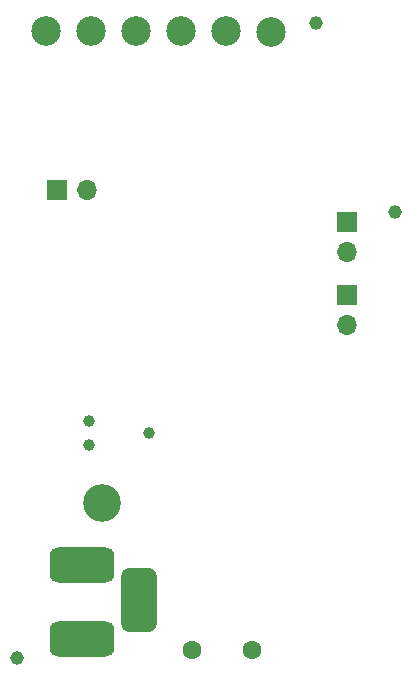
<source format=gbr>
%TF.GenerationSoftware,KiCad,Pcbnew,7.0.6*%
%TF.CreationDate,2023-08-18T05:18:53-04:00*%
%TF.ProjectId,esp-lightthing,6573702d-6c69-4676-9874-7468696e672e,rev?*%
%TF.SameCoordinates,Original*%
%TF.FileFunction,Soldermask,Bot*%
%TF.FilePolarity,Negative*%
%FSLAX46Y46*%
G04 Gerber Fmt 4.6, Leading zero omitted, Abs format (unit mm)*
G04 Created by KiCad (PCBNEW 7.0.6) date 2023-08-18 05:18:53*
%MOMM*%
%LPD*%
G01*
G04 APERTURE LIST*
G04 Aperture macros list*
%AMRoundRect*
0 Rectangle with rounded corners*
0 $1 Rounding radius*
0 $2 $3 $4 $5 $6 $7 $8 $9 X,Y pos of 4 corners*
0 Add a 4 corners polygon primitive as box body*
4,1,4,$2,$3,$4,$5,$6,$7,$8,$9,$2,$3,0*
0 Add four circle primitives for the rounded corners*
1,1,$1+$1,$2,$3*
1,1,$1+$1,$4,$5*
1,1,$1+$1,$6,$7*
1,1,$1+$1,$8,$9*
0 Add four rect primitives between the rounded corners*
20,1,$1+$1,$2,$3,$4,$5,0*
20,1,$1+$1,$4,$5,$6,$7,0*
20,1,$1+$1,$6,$7,$8,$9,0*
20,1,$1+$1,$8,$9,$2,$3,0*%
G04 Aperture macros list end*
%ADD10C,2.500000*%
%ADD11C,0.990600*%
%ADD12C,1.152000*%
%ADD13C,3.200000*%
%ADD14R,1.700000X1.700000*%
%ADD15O,1.700000X1.700000*%
%ADD16RoundRect,0.750000X-2.000000X-0.750000X2.000000X-0.750000X2.000000X0.750000X-2.000000X0.750000X0*%
%ADD17RoundRect,0.750000X-0.750000X-2.000000X0.750000X-2.000000X0.750000X2.000000X-0.750000X2.000000X0*%
%ADD18C,1.600000*%
G04 APERTURE END LIST*
D10*
%TO.C,J101*%
X118870000Y-94225000D03*
X122680000Y-94225000D03*
X126490000Y-94225000D03*
X130300000Y-94225000D03*
X134110000Y-94225000D03*
X137920000Y-94265000D03*
%TD*%
D11*
%TO.C,J203*%
X127538825Y-128263825D03*
X122458825Y-129279825D03*
X122458825Y-127247825D03*
%TD*%
D12*
%TO.C,REF\u002A\u002A*%
X116340000Y-147270000D03*
%TD*%
%TO.C,REF\u002A\u002A*%
X141700000Y-93490000D03*
%TD*%
D13*
%TO.C,REF\u002A\u002A*%
X123570000Y-134190000D03*
%TD*%
D14*
%TO.C,J103*%
X144300000Y-116550000D03*
D15*
X144300000Y-119090000D03*
%TD*%
D12*
%TO.C,REF\u002A\u002A*%
X148380000Y-109510000D03*
%TD*%
D14*
%TO.C,C101*%
X119755000Y-107640000D03*
D15*
X122295000Y-107640000D03*
%TD*%
D16*
%TO.C,J201*%
X121890000Y-139390000D03*
X121890000Y-145640000D03*
D17*
X126690000Y-142340000D03*
%TD*%
D18*
%TO.C,J202*%
X131230000Y-146590000D03*
X136230000Y-146590000D03*
%TD*%
D14*
%TO.C,J102*%
X144300000Y-110335000D03*
D15*
X144300000Y-112875000D03*
%TD*%
M02*

</source>
